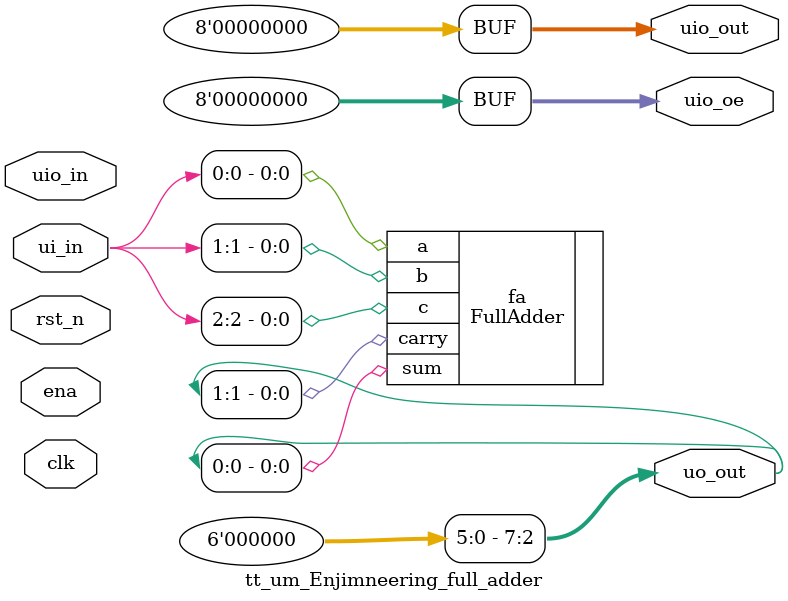
<source format=v>
/*
 * Copyright (c) 2024 - James Ashie Kotey
 * SPDX-License-Identifier: Apache-2.0
 */

`default_nettype none

// === BUILD DEPENDENCIES ===
// `include "full_adder.v"
// === PLEASE DON'T UN-COMMNENT IN REPO. ===

module tt_um_Enjimneering_full_adder (
    input  wire [7:0] ui_in,    // Dedicated inputs
    output wire [7:0] uo_out,   // Dedicated outputs
    input  wire [7:0] uio_in,   // IOs: Input path
    output wire [7:0] uio_out,  // IOs: Output path
    output wire [7:0] uio_oe,   // IOs: Enable path (active high: 0=input, 1=output)
    input  wire       ena,      // will go high when the design is enabled
    input  wire       clk,      // clock
    input  wire       rst_n     // reset_n - low to reset
);

  // using full adder
  FullAdder fa (.a(ui_in[0]), .b(ui_in[1]), .c(ui_in[2]), .carry(uo_out[1]), .sum(uo_out[0]));

  // All output pins must be assigned. If not used, assign to 0.
  assign uio_out = 0;
  assign uio_oe  = 0;
  assign uo_out[7:2] = 0;
    
endmodule

</source>
